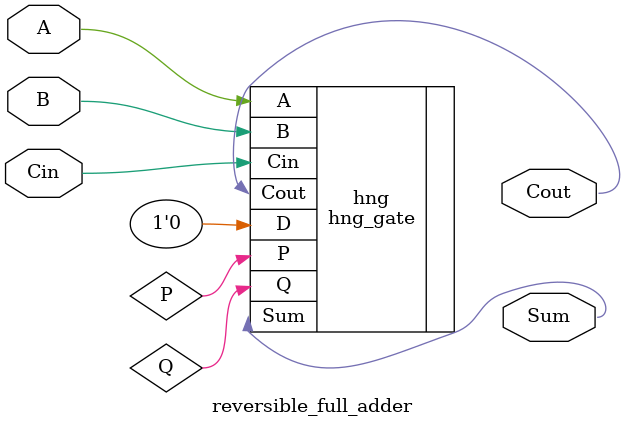
<source format=v>
module reversible_full_adder(
  input A,
  input B,
  input Cin,
  output Sum,
  output Cout
);
  wire P, Q;

  hng_gate hng(
    .A(A),
    .B(B),
    .Cin(Cin),
    .D(1'b0),
    .P(P),      // garbage output
    .Q(Q),      // garbage output
    .Sum(Sum),
    .Cout(Cout)
  );
endmodule

</source>
